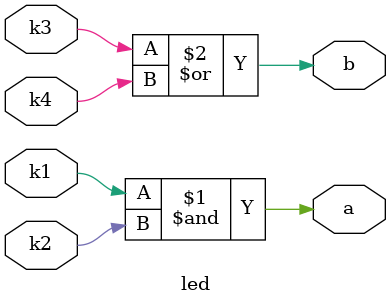
<source format=v>
module led(	// file.cleaned.mlir:2:3
  input  k1,	// file.cleaned.mlir:2:21
         k2,	// file.cleaned.mlir:2:34
         k3,	// file.cleaned.mlir:2:47
         k4,	// file.cleaned.mlir:2:60
  output a,	// file.cleaned.mlir:2:74
         b	// file.cleaned.mlir:2:86
);

  assign a = k1 & k2;	// file.cleaned.mlir:3:10, :5:5
  assign b = k3 | k4;	// file.cleaned.mlir:4:10, :5:5
endmodule


</source>
